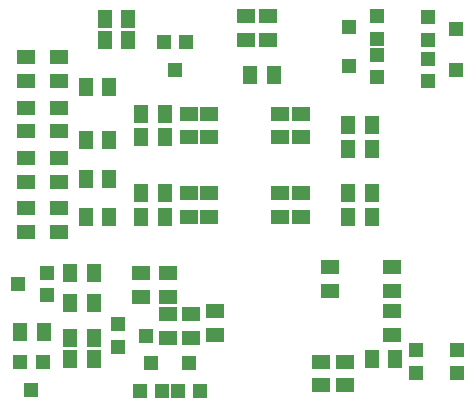
<source format=gbs>
%FSLAX25Y25*%
%MOIN*%
G70*
G01*
G75*
G04 Layer_Color=16711935*
%ADD10R,0.05118X0.03937*%
%ADD11R,0.05118X0.09843*%
%ADD12R,0.05118X0.06299*%
%ADD13R,0.03937X0.05118*%
%ADD14R,0.05512X0.19685*%
%ADD15R,0.05512X0.05512*%
%ADD16R,0.03937X0.03937*%
%ADD17R,0.06299X0.01969*%
%ADD18R,0.15748X0.06299*%
%ADD19R,0.05118X0.03150*%
%ADD20R,0.09055X0.05118*%
%ADD21R,0.07874X0.12598*%
%ADD22R,0.12598X0.07874*%
%ADD23C,0.03937*%
%ADD24C,0.02284*%
%ADD25C,0.01000*%
%ADD26C,0.01969*%
%ADD27C,0.02953*%
%ADD28C,0.02756*%
%ADD29C,0.01890*%
%ADD30C,0.03150*%
%ADD31R,0.01181X0.09449*%
%ADD32R,0.01181X0.09449*%
%ADD33C,0.03937*%
%ADD34R,0.03937X0.03937*%
%ADD35C,0.01772*%
%ADD36C,0.03347*%
%ADD37C,0.00787*%
%ADD38R,0.17323X0.03543*%
%ADD39R,0.11024X0.11024*%
%ADD40R,0.28346X0.03937*%
%ADD41R,0.03150X0.07087*%
%ADD42R,0.03150X0.07480*%
%ADD43R,0.02756X0.07087*%
%ADD44R,0.03150X0.07480*%
%ADD45R,0.01969X0.10236*%
%ADD46R,0.05918X0.04737*%
%ADD47R,0.05918X0.10642*%
%ADD48R,0.05918X0.07099*%
%ADD49R,0.04737X0.05918*%
%ADD50R,0.06312X0.20485*%
%ADD51R,0.06312X0.06312*%
%ADD52R,0.04737X0.04737*%
%ADD53R,0.07099X0.02769*%
%ADD54R,0.16548X0.07099*%
%ADD55R,0.05918X0.03950*%
%ADD56R,0.09855X0.05918*%
%ADD57R,0.08674X0.13398*%
%ADD58R,0.13398X0.08674*%
%ADD59R,0.04737X0.04737*%
D46*
X422047Y370079D02*
D03*
Y377953D02*
D03*
X414961Y377953D02*
D03*
Y370079D02*
D03*
X433071Y345473D02*
D03*
Y337598D02*
D03*
X395669Y337598D02*
D03*
Y345472D02*
D03*
X426181Y337598D02*
D03*
Y345473D02*
D03*
X426181Y311023D02*
D03*
Y318898D02*
D03*
X402559Y311023D02*
D03*
Y318898D02*
D03*
X395669Y318898D02*
D03*
Y311024D02*
D03*
X433071Y311023D02*
D03*
Y318898D02*
D03*
X402559Y337598D02*
D03*
Y345473D02*
D03*
X388780Y284449D02*
D03*
Y292323D02*
D03*
X404528Y271654D02*
D03*
Y279527D02*
D03*
X388780Y270669D02*
D03*
Y278543D02*
D03*
X463583Y286418D02*
D03*
Y294292D02*
D03*
X447835Y254921D02*
D03*
Y262795D02*
D03*
X463583Y271654D02*
D03*
Y279527D02*
D03*
X439961Y254921D02*
D03*
Y262795D02*
D03*
X442913Y294291D02*
D03*
Y286417D02*
D03*
X396654Y270669D02*
D03*
Y278543D02*
D03*
X341535Y364173D02*
D03*
Y356299D02*
D03*
X341535Y347441D02*
D03*
Y339567D02*
D03*
X352362Y347441D02*
D03*
Y339567D02*
D03*
X341535Y313976D02*
D03*
Y306102D02*
D03*
X352362Y313976D02*
D03*
Y306102D02*
D03*
X341535Y330709D02*
D03*
Y322835D02*
D03*
X352362Y364173D02*
D03*
Y356299D02*
D03*
X352362Y330709D02*
D03*
Y322835D02*
D03*
X379921Y284449D02*
D03*
Y292323D02*
D03*
D49*
X416142Y358268D02*
D03*
X424016D02*
D03*
X375590Y370079D02*
D03*
X367717D02*
D03*
X375590Y377165D02*
D03*
X367717D02*
D03*
X387795Y318898D02*
D03*
X379921D02*
D03*
X387795Y311024D02*
D03*
X379921D02*
D03*
X387795Y345472D02*
D03*
X379921D02*
D03*
X448819Y341535D02*
D03*
X456693D02*
D03*
X387795Y337598D02*
D03*
X379921D02*
D03*
X456693Y333662D02*
D03*
X448819D02*
D03*
X448819Y311023D02*
D03*
X456693D02*
D03*
X456693Y318898D02*
D03*
X448819D02*
D03*
X364173Y270669D02*
D03*
X356299D02*
D03*
X364173Y263779D02*
D03*
X356299D02*
D03*
X339567Y272638D02*
D03*
X347441D02*
D03*
X364173Y282480D02*
D03*
X356299D02*
D03*
X464567Y263780D02*
D03*
X456693D02*
D03*
X364173Y292323D02*
D03*
X356299D02*
D03*
X361417Y354331D02*
D03*
X369291D02*
D03*
X361417Y336614D02*
D03*
X369291D02*
D03*
X361417Y323622D02*
D03*
X369291D02*
D03*
X361417Y311024D02*
D03*
X369291D02*
D03*
D52*
X449213Y361417D02*
D03*
X458661Y365158D02*
D03*
Y357677D02*
D03*
X484842Y360039D02*
D03*
X475394Y356299D02*
D03*
Y363780D02*
D03*
X449213Y374213D02*
D03*
X458661Y377953D02*
D03*
Y370472D02*
D03*
X484842Y373819D02*
D03*
X475394Y370079D02*
D03*
Y377559D02*
D03*
X338976Y288583D02*
D03*
X348425Y292323D02*
D03*
Y284843D02*
D03*
X381496Y271457D02*
D03*
X372047Y267716D02*
D03*
Y275197D02*
D03*
X471457Y266732D02*
D03*
X485236D02*
D03*
X471457Y258858D02*
D03*
X485236D02*
D03*
D59*
X391142Y359842D02*
D03*
X387402Y369291D02*
D03*
X394882D02*
D03*
X395866Y262402D02*
D03*
X399606Y252953D02*
D03*
X392126D02*
D03*
X383071Y262402D02*
D03*
X386811Y252953D02*
D03*
X379331D02*
D03*
X343307Y253346D02*
D03*
X339567Y262795D02*
D03*
X347047D02*
D03*
M02*

</source>
